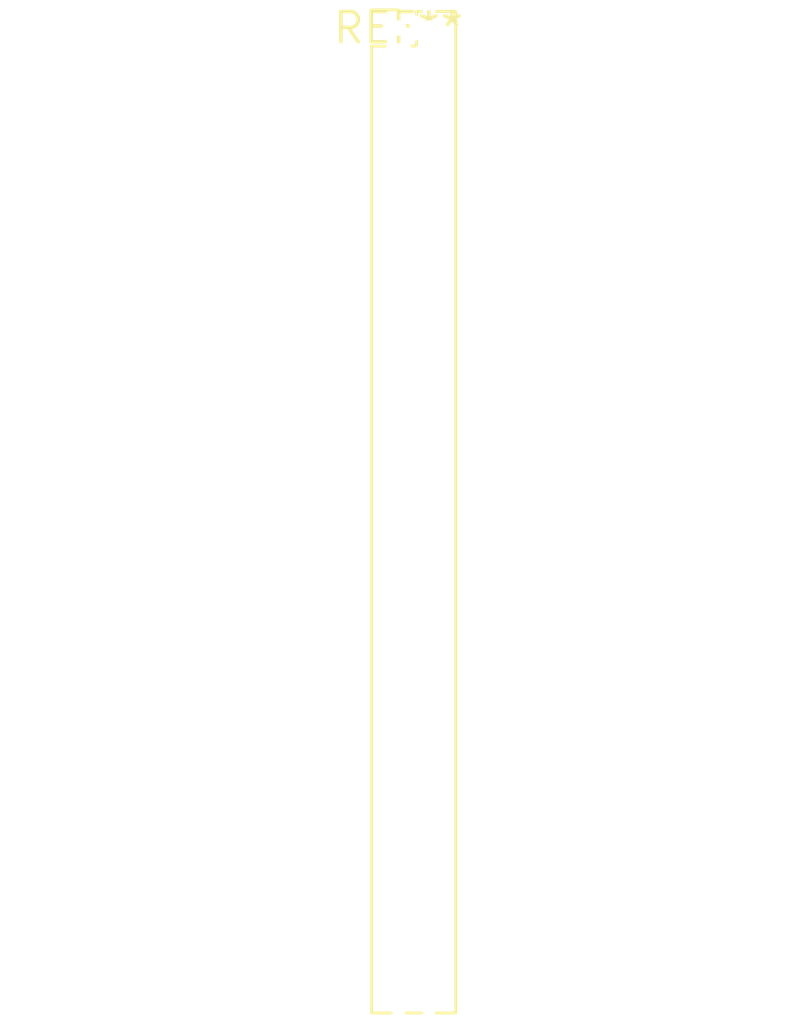
<source format=kicad_pcb>
(kicad_pcb (version 20240108) (generator pcbnew)
  (layers (0 "F.Cu" signal) (31 "B.Cu" signal) (34 "B.Paste" user) (35 "F.Paste" user) (36 "B.SilkS" user "B.Silkscreen") (37 "F.SilkS" user "F.Silkscreen") (38 "B.Mask" user) (39 "F.Mask" user) (44 "Edge.Cuts" user))
  (net 0 "")
  (footprint "PinHeader_2x33_P1.27mm_Vertical" (layer "F.Cu") (at 0 0)
    (property "Reference" "REF**")
    (property "Value" "PinHeader_2x33_P1.27mm_Vertical")
    (fp_line (start -1.13 -0.76) (end 0 -0.76) (layer "F.SilkS") (stroke (width 0.12)))
    (fp_line (start -1.13 0) (end -1.13 -0.76) (layer "F.SilkS") (stroke (width 0.12)))
    (fp_line (start -1.13 0.76) (end -1.13 41.335) (layer "F.SilkS") (stroke (width 0.12)))
    (fp_line (start -1.13 0.76) (end -0.563471 0.76) (layer "F.SilkS") (stroke (width 0.12)))
    (fp_line (start -1.13 41.335) (end -0.30753 41.335) (layer "F.SilkS") (stroke (width 0.12)))
    (fp_line (start 0.30753 41.335) (end 0.96247 41.335) (layer "F.SilkS") (stroke (width 0.12)))
    (fp_line (start 0.563471 0.76) (end 0.706529 0.76) (layer "F.SilkS") (stroke (width 0.12)))
    (fp_line (start 0.76 -0.695) (end 0.96247 -0.695) (layer "F.SilkS") (stroke (width 0.12)))
    (fp_line (start 0.76 -0.563471) (end 0.76 -0.695) (layer "F.SilkS") (stroke (width 0.12)))
    (fp_line (start 0.76 0.706529) (end 0.76 0.563471) (layer "F.SilkS") (stroke (width 0.12)))
    (fp_line (start 1.57753 -0.695) (end 2.4 -0.695) (layer "F.SilkS") (stroke (width 0.12)))
    (fp_line (start 1.57753 41.335) (end 2.4 41.335) (layer "F.SilkS") (stroke (width 0.12)))
    (fp_line (start 2.4 -0.695) (end 2.4 41.335) (layer "F.SilkS") (stroke (width 0.12)))
    (pad "1" thru_hole rect (at 0 0) (size 1 1) (drill 0.65) (layers *.Cu *.Mask) (remove_unused_layers))
    (pad "2" thru_hole oval (at 1.27 0) (size 1 1) (drill 0.65) (layers *.Cu *.Mask) (remove_unused_layers))
    (pad "3" thru_hole oval (at 0 1.27) (size 1 1) (drill 0.65) (layers *.Cu *.Mask) (remove_unused_layers))
    (pad "4" thru_hole oval (at 1.27 1.27) (size 1 1) (drill 0.65) (layers *.Cu *.Mask) (remove_unused_layers))
    (pad "5" thru_hole oval (at 0 2.54) (size 1 1) (drill 0.65) (layers *.Cu *.Mask) (remove_unused_layers))
    (pad "6" thru_hole oval (at 1.27 2.54) (size 1 1) (drill 0.65) (layers *.Cu *.Mask) (remove_unused_layers))
    (pad "7" thru_hole oval (at 0 3.81) (size 1 1) (drill 0.65) (layers *.Cu *.Mask) (remove_unused_layers))
    (pad "8" thru_hole oval (at 1.27 3.81) (size 1 1) (drill 0.65) (layers *.Cu *.Mask) (remove_unused_layers))
    (pad "9" thru_hole oval (at 0 5.08) (size 1 1) (drill 0.65) (layers *.Cu *.Mask) (remove_unused_layers))
    (pad "10" thru_hole oval (at 1.27 5.08) (size 1 1) (drill 0.65) (layers *.Cu *.Mask) (remove_unused_layers))
    (pad "11" thru_hole oval (at 0 6.35) (size 1 1) (drill 0.65) (layers *.Cu *.Mask) (remove_unused_layers))
    (pad "12" thru_hole oval (at 1.27 6.35) (size 1 1) (drill 0.65) (layers *.Cu *.Mask) (remove_unused_layers))
    (pad "13" thru_hole oval (at 0 7.62) (size 1 1) (drill 0.65) (layers *.Cu *.Mask) (remove_unused_layers))
    (pad "14" thru_hole oval (at 1.27 7.62) (size 1 1) (drill 0.65) (layers *.Cu *.Mask) (remove_unused_layers))
    (pad "15" thru_hole oval (at 0 8.89) (size 1 1) (drill 0.65) (layers *.Cu *.Mask) (remove_unused_layers))
    (pad "16" thru_hole oval (at 1.27 8.89) (size 1 1) (drill 0.65) (layers *.Cu *.Mask) (remove_unused_layers))
    (pad "17" thru_hole oval (at 0 10.16) (size 1 1) (drill 0.65) (layers *.Cu *.Mask) (remove_unused_layers))
    (pad "18" thru_hole oval (at 1.27 10.16) (size 1 1) (drill 0.65) (layers *.Cu *.Mask) (remove_unused_layers))
    (pad "19" thru_hole oval (at 0 11.43) (size 1 1) (drill 0.65) (layers *.Cu *.Mask) (remove_unused_layers))
    (pad "20" thru_hole oval (at 1.27 11.43) (size 1 1) (drill 0.65) (layers *.Cu *.Mask) (remove_unused_layers))
    (pad "21" thru_hole oval (at 0 12.7) (size 1 1) (drill 0.65) (layers *.Cu *.Mask) (remove_unused_layers))
    (pad "22" thru_hole oval (at 1.27 12.7) (size 1 1) (drill 0.65) (layers *.Cu *.Mask) (remove_unused_layers))
    (pad "23" thru_hole oval (at 0 13.97) (size 1 1) (drill 0.65) (layers *.Cu *.Mask) (remove_unused_layers))
    (pad "24" thru_hole oval (at 1.27 13.97) (size 1 1) (drill 0.65) (layers *.Cu *.Mask) (remove_unused_layers))
    (pad "25" thru_hole oval (at 0 15.24) (size 1 1) (drill 0.65) (layers *.Cu *.Mask) (remove_unused_layers))
    (pad "26" thru_hole oval (at 1.27 15.24) (size 1 1) (drill 0.65) (layers *.Cu *.Mask) (remove_unused_layers))
    (pad "27" thru_hole oval (at 0 16.51) (size 1 1) (drill 0.65) (layers *.Cu *.Mask) (remove_unused_layers))
    (pad "28" thru_hole oval (at 1.27 16.51) (size 1 1) (drill 0.65) (layers *.Cu *.Mask) (remove_unused_layers))
    (pad "29" thru_hole oval (at 0 17.78) (size 1 1) (drill 0.65) (layers *.Cu *.Mask) (remove_unused_layers))
    (pad "30" thru_hole oval (at 1.27 17.78) (size 1 1) (drill 0.65) (layers *.Cu *.Mask) (remove_unused_layers))
    (pad "31" thru_hole oval (at 0 19.05) (size 1 1) (drill 0.65) (layers *.Cu *.Mask) (remove_unused_layers))
    (pad "32" thru_hole oval (at 1.27 19.05) (size 1 1) (drill 0.65) (layers *.Cu *.Mask) (remove_unused_layers))
    (pad "33" thru_hole oval (at 0 20.32) (size 1 1) (drill 0.65) (layers *.Cu *.Mask) (remove_unused_layers))
    (pad "34" thru_hole oval (at 1.27 20.32) (size 1 1) (drill 0.65) (layers *.Cu *.Mask) (remove_unused_layers))
    (pad "35" thru_hole oval (at 0 21.59) (size 1 1) (drill 0.65) (layers *.Cu *.Mask) (remove_unused_layers))
    (pad "36" thru_hole oval (at 1.27 21.59) (size 1 1) (drill 0.65) (layers *.Cu *.Mask) (remove_unused_layers))
    (pad "37" thru_hole oval (at 0 22.86) (size 1 1) (drill 0.65) (layers *.Cu *.Mask) (remove_unused_layers))
    (pad "38" thru_hole oval (at 1.27 22.86) (size 1 1) (drill 0.65) (layers *.Cu *.Mask) (remove_unused_layers))
    (pad "39" thru_hole oval (at 0 24.13) (size 1 1) (drill 0.65) (layers *.Cu *.Mask) (remove_unused_layers))
    (pad "40" thru_hole oval (at 1.27 24.13) (size 1 1) (drill 0.65) (layers *.Cu *.Mask) (remove_unused_layers))
    (pad "41" thru_hole oval (at 0 25.4) (size 1 1) (drill 0.65) (layers *.Cu *.Mask) (remove_unused_layers))
    (pad "42" thru_hole oval (at 1.27 25.4) (size 1 1) (drill 0.65) (layers *.Cu *.Mask) (remove_unused_layers))
    (pad "43" thru_hole oval (at 0 26.67) (size 1 1) (drill 0.65) (layers *.Cu *.Mask) (remove_unused_layers))
    (pad "44" thru_hole oval (at 1.27 26.67) (size 1 1) (drill 0.65) (layers *.Cu *.Mask) (remove_unused_layers))
    (pad "45" thru_hole oval (at 0 27.94) (size 1 1) (drill 0.65) (layers *.Cu *.Mask) (remove_unused_layers))
    (pad "46" thru_hole oval (at 1.27 27.94) (size 1 1) (drill 0.65) (layers *.Cu *.Mask) (remove_unused_layers))
    (pad "47" thru_hole oval (at 0 29.21) (size 1 1) (drill 0.65) (layers *.Cu *.Mask) (remove_unused_layers))
    (pad "48" thru_hole oval (at 1.27 29.21) (size 1 1) (drill 0.65) (layers *.Cu *.Mask) (remove_unused_layers))
    (pad "49" thru_hole oval (at 0 30.48) (size 1 1) (drill 0.65) (layers *.Cu *.Mask) (remove_unused_layers))
    (pad "50" thru_hole oval (at 1.27 30.48) (size 1 1) (drill 0.65) (layers *.Cu *.Mask) (remove_unused_layers))
    (pad "51" thru_hole oval (at 0 31.75) (size 1 1) (drill 0.65) (layers *.Cu *.Mask) (remove_unused_layers))
    (pad "52" thru_hole oval (at 1.27 31.75) (size 1 1) (drill 0.65) (layers *.Cu *.Mask) (remove_unused_layers))
    (pad "53" thru_hole oval (at 0 33.02) (size 1 1) (drill 0.65) (layers *.Cu *.Mask) (remove_unused_layers))
    (pad "54" thru_hole oval (at 1.27 33.02) (size 1 1) (drill 0.65) (layers *.Cu *.Mask) (remove_unused_layers))
    (pad "55" thru_hole oval (at 0 34.29) (size 1 1) (drill 0.65) (layers *.Cu *.Mask) (remove_unused_layers))
    (pad "56" thru_hole oval (at 1.27 34.29) (size 1 1) (drill 0.65) (layers *.Cu *.Mask) (remove_unused_layers))
    (pad "57" thru_hole oval (at 0 35.56) (size 1 1) (drill 0.65) (layers *.Cu *.Mask) (remove_unused_layers))
    (pad "58" thru_hole oval (at 1.27 35.56) (size 1 1) (drill 0.65) (layers *.Cu *.Mask) (remove_unused_layers))
    (pad "59" thru_hole oval (at 0 36.83) (size 1 1) (drill 0.65) (layers *.Cu *.Mask) (remove_unused_layers))
    (pad "60" thru_hole oval (at 1.27 36.83) (size 1 1) (drill 0.65) (layers *.Cu *.Mask) (remove_unused_layers))
    (pad "61" thru_hole oval (at 0 38.1) (size 1 1) (drill 0.65) (layers *.Cu *.Mask) (remove_unused_layers))
    (pad "62" thru_hole oval (at 1.27 38.1) (size 1 1) (drill 0.65) (layers *.Cu *.Mask) (remove_unused_layers))
    (pad "63" thru_hole oval (at 0 39.37) (size 1 1) (drill 0.65) (layers *.Cu *.Mask) (remove_unused_layers))
    (pad "64" thru_hole oval (at 1.27 39.37) (size 1 1) (drill 0.65) (layers *.Cu *.Mask) (remove_unused_layers))
    (pad "65" thru_hole oval (at 0 40.64) (size 1 1) (drill 0.65) (layers *.Cu *.Mask) (remove_unused_layers))
    (pad "66" thru_hole oval (at 1.27 40.64) (size 1 1) (drill 0.65) (layers *.Cu *.Mask) (remove_unused_layers))
  )
)
</source>
